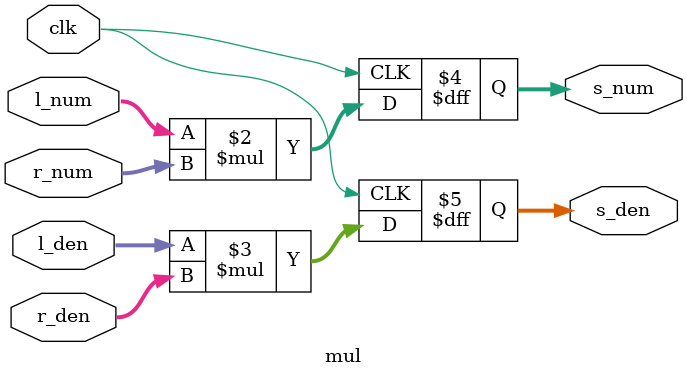
<source format=v>


module mul #(parameter WIDTH=32) (
        // CLK
        input clk,
        // DATA IN
        input [WIDTH-1:0] l_num,
        input [WIDTH-1:0] l_den,
        input [WIDTH-1:0] r_num,
        input [WIDTH-1:0] r_den,
        // DATA OUT
        output reg [WIDTH-1:0] s_num,
        output reg [WIDTH-1:0] s_den
    );

    always @(posedge clk) begin
        s_num <= l_num * r_num;
        s_den <= l_den * r_den;
    end

endmodule

</source>
